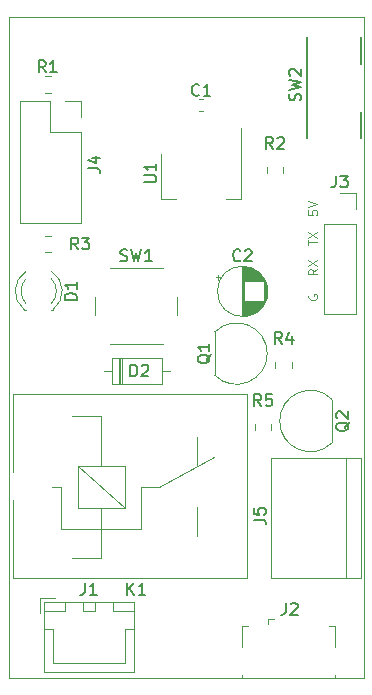
<source format=gbr>
G04 #@! TF.GenerationSoftware,KiCad,Pcbnew,(5.1.5)-3*
G04 #@! TF.CreationDate,2020-06-27T20:36:36+01:00*
G04 #@! TF.ProjectId,Schematic,53636865-6d61-4746-9963-2e6b69636164,v0.1*
G04 #@! TF.SameCoordinates,Original*
G04 #@! TF.FileFunction,Legend,Top*
G04 #@! TF.FilePolarity,Positive*
%FSLAX46Y46*%
G04 Gerber Fmt 4.6, Leading zero omitted, Abs format (unit mm)*
G04 Created by KiCad (PCBNEW (5.1.5)-3) date 2020-06-27 20:36:36*
%MOMM*%
%LPD*%
G04 APERTURE LIST*
%ADD10C,0.100000*%
G04 #@! TA.AperFunction,Profile*
%ADD11C,0.050000*%
G04 #@! TD*
%ADD12C,0.120000*%
%ADD13C,0.150000*%
G04 APERTURE END LIST*
D10*
X195375000Y-78053571D02*
X195339285Y-78125000D01*
X195339285Y-78232142D01*
X195375000Y-78339285D01*
X195446428Y-78410714D01*
X195517857Y-78446428D01*
X195660714Y-78482142D01*
X195767857Y-78482142D01*
X195910714Y-78446428D01*
X195982142Y-78410714D01*
X196053571Y-78339285D01*
X196089285Y-78232142D01*
X196089285Y-78160714D01*
X196053571Y-78053571D01*
X196017857Y-78017857D01*
X195767857Y-78017857D01*
X195767857Y-78160714D01*
X196089285Y-75875000D02*
X195732142Y-76125000D01*
X196089285Y-76303571D02*
X195339285Y-76303571D01*
X195339285Y-76017857D01*
X195375000Y-75946428D01*
X195410714Y-75910714D01*
X195482142Y-75875000D01*
X195589285Y-75875000D01*
X195660714Y-75910714D01*
X195696428Y-75946428D01*
X195732142Y-76017857D01*
X195732142Y-76303571D01*
X195339285Y-75625000D02*
X196089285Y-75125000D01*
X195339285Y-75125000D02*
X196089285Y-75625000D01*
X195339285Y-73821428D02*
X195339285Y-73392857D01*
X196089285Y-73607142D02*
X195339285Y-73607142D01*
X195339285Y-73214285D02*
X196089285Y-72714285D01*
X195339285Y-72714285D02*
X196089285Y-73214285D01*
X195339285Y-70892857D02*
X195339285Y-71250000D01*
X195696428Y-71285714D01*
X195660714Y-71250000D01*
X195625000Y-71178571D01*
X195625000Y-71000000D01*
X195660714Y-70928571D01*
X195696428Y-70892857D01*
X195767857Y-70857142D01*
X195946428Y-70857142D01*
X196017857Y-70892857D01*
X196053571Y-70928571D01*
X196089285Y-71000000D01*
X196089285Y-71178571D01*
X196053571Y-71250000D01*
X196017857Y-71285714D01*
X195339285Y-70642857D02*
X196089285Y-70392857D01*
X195339285Y-70142857D01*
D11*
X200000000Y-110000000D02*
X200000000Y-110500000D01*
X170000000Y-110000000D02*
X170000000Y-110500000D01*
X200000000Y-55000000D02*
X200000000Y-54500000D01*
X170000000Y-55000000D02*
X170000000Y-54500000D01*
X200000000Y-55000000D02*
X200000000Y-80000000D01*
X170000000Y-80000000D02*
X170000000Y-55000000D01*
X170000000Y-110000000D02*
X170000000Y-80000000D01*
X200000000Y-110500000D02*
X170000000Y-110500000D01*
X200000000Y-80000000D02*
X200000000Y-110000000D01*
X170000000Y-54500000D02*
X200000000Y-54500000D01*
D12*
G04 #@! TO.C,J3*
X196670000Y-72020000D02*
X199330000Y-72020000D01*
X196670000Y-72020000D02*
X196670000Y-79700000D01*
X196670000Y-79700000D02*
X199330000Y-79700000D01*
X199330000Y-72020000D02*
X199330000Y-79700000D01*
X199330000Y-69420000D02*
X199330000Y-70750000D01*
X198000000Y-69420000D02*
X199330000Y-69420000D01*
G04 #@! TO.C,R2*
X193210000Y-67758578D02*
X193210000Y-67241422D01*
X191790000Y-67758578D02*
X191790000Y-67241422D01*
G04 #@! TO.C,R3*
X172991422Y-74460000D02*
X173508578Y-74460000D01*
X172991422Y-73040000D02*
X173508578Y-73040000D01*
G04 #@! TO.C,R4*
X192540000Y-83741422D02*
X192540000Y-84258578D01*
X193960000Y-83741422D02*
X193960000Y-84258578D01*
G04 #@! TO.C,R5*
X190790000Y-88991422D02*
X190790000Y-89508578D01*
X192210000Y-88991422D02*
X192210000Y-89508578D01*
G04 #@! TO.C,R1*
X172991422Y-60960000D02*
X173508578Y-60960000D01*
X172991422Y-59540000D02*
X173508578Y-59540000D01*
G04 #@! TO.C,J5*
X198540000Y-91880000D02*
X198540000Y-102040000D01*
X199810000Y-91880000D02*
X192190000Y-91880000D01*
X192190000Y-91880000D02*
X192190000Y-102040000D01*
X192190000Y-102040000D02*
X199810000Y-102040000D01*
X199810000Y-102040000D02*
X199810000Y-91880000D01*
G04 #@! TO.C,C1*
X186087221Y-61490000D02*
X186412779Y-61490000D01*
X186087221Y-62510000D02*
X186412779Y-62510000D01*
G04 #@! TO.C,C2*
X191870000Y-77750000D02*
G75*
G03X191870000Y-77750000I-2120000J0D01*
G01*
X189750000Y-75670000D02*
X189750000Y-79830000D01*
X189790000Y-75670000D02*
X189790000Y-79830000D01*
X189830000Y-75671000D02*
X189830000Y-79829000D01*
X189870000Y-75673000D02*
X189870000Y-79827000D01*
X189910000Y-75676000D02*
X189910000Y-79824000D01*
X189950000Y-75679000D02*
X189950000Y-76910000D01*
X189950000Y-78590000D02*
X189950000Y-79821000D01*
X189990000Y-75683000D02*
X189990000Y-76910000D01*
X189990000Y-78590000D02*
X189990000Y-79817000D01*
X190030000Y-75688000D02*
X190030000Y-76910000D01*
X190030000Y-78590000D02*
X190030000Y-79812000D01*
X190070000Y-75694000D02*
X190070000Y-76910000D01*
X190070000Y-78590000D02*
X190070000Y-79806000D01*
X190110000Y-75700000D02*
X190110000Y-76910000D01*
X190110000Y-78590000D02*
X190110000Y-79800000D01*
X190150000Y-75708000D02*
X190150000Y-76910000D01*
X190150000Y-78590000D02*
X190150000Y-79792000D01*
X190190000Y-75716000D02*
X190190000Y-76910000D01*
X190190000Y-78590000D02*
X190190000Y-79784000D01*
X190230000Y-75725000D02*
X190230000Y-76910000D01*
X190230000Y-78590000D02*
X190230000Y-79775000D01*
X190270000Y-75734000D02*
X190270000Y-76910000D01*
X190270000Y-78590000D02*
X190270000Y-79766000D01*
X190310000Y-75745000D02*
X190310000Y-76910000D01*
X190310000Y-78590000D02*
X190310000Y-79755000D01*
X190350000Y-75756000D02*
X190350000Y-76910000D01*
X190350000Y-78590000D02*
X190350000Y-79744000D01*
X190390000Y-75768000D02*
X190390000Y-76910000D01*
X190390000Y-78590000D02*
X190390000Y-79732000D01*
X190430000Y-75782000D02*
X190430000Y-76910000D01*
X190430000Y-78590000D02*
X190430000Y-79718000D01*
X190471000Y-75796000D02*
X190471000Y-76910000D01*
X190471000Y-78590000D02*
X190471000Y-79704000D01*
X190511000Y-75810000D02*
X190511000Y-76910000D01*
X190511000Y-78590000D02*
X190511000Y-79690000D01*
X190551000Y-75826000D02*
X190551000Y-76910000D01*
X190551000Y-78590000D02*
X190551000Y-79674000D01*
X190591000Y-75843000D02*
X190591000Y-76910000D01*
X190591000Y-78590000D02*
X190591000Y-79657000D01*
X190631000Y-75861000D02*
X190631000Y-76910000D01*
X190631000Y-78590000D02*
X190631000Y-79639000D01*
X190671000Y-75880000D02*
X190671000Y-76910000D01*
X190671000Y-78590000D02*
X190671000Y-79620000D01*
X190711000Y-75899000D02*
X190711000Y-76910000D01*
X190711000Y-78590000D02*
X190711000Y-79601000D01*
X190751000Y-75920000D02*
X190751000Y-76910000D01*
X190751000Y-78590000D02*
X190751000Y-79580000D01*
X190791000Y-75942000D02*
X190791000Y-76910000D01*
X190791000Y-78590000D02*
X190791000Y-79558000D01*
X190831000Y-75965000D02*
X190831000Y-76910000D01*
X190831000Y-78590000D02*
X190831000Y-79535000D01*
X190871000Y-75990000D02*
X190871000Y-76910000D01*
X190871000Y-78590000D02*
X190871000Y-79510000D01*
X190911000Y-76015000D02*
X190911000Y-76910000D01*
X190911000Y-78590000D02*
X190911000Y-79485000D01*
X190951000Y-76042000D02*
X190951000Y-76910000D01*
X190951000Y-78590000D02*
X190951000Y-79458000D01*
X190991000Y-76070000D02*
X190991000Y-76910000D01*
X190991000Y-78590000D02*
X190991000Y-79430000D01*
X191031000Y-76100000D02*
X191031000Y-76910000D01*
X191031000Y-78590000D02*
X191031000Y-79400000D01*
X191071000Y-76131000D02*
X191071000Y-76910000D01*
X191071000Y-78590000D02*
X191071000Y-79369000D01*
X191111000Y-76163000D02*
X191111000Y-76910000D01*
X191111000Y-78590000D02*
X191111000Y-79337000D01*
X191151000Y-76198000D02*
X191151000Y-76910000D01*
X191151000Y-78590000D02*
X191151000Y-79302000D01*
X191191000Y-76234000D02*
X191191000Y-76910000D01*
X191191000Y-78590000D02*
X191191000Y-79266000D01*
X191231000Y-76272000D02*
X191231000Y-76910000D01*
X191231000Y-78590000D02*
X191231000Y-79228000D01*
X191271000Y-76312000D02*
X191271000Y-76910000D01*
X191271000Y-78590000D02*
X191271000Y-79188000D01*
X191311000Y-76354000D02*
X191311000Y-76910000D01*
X191311000Y-78590000D02*
X191311000Y-79146000D01*
X191351000Y-76399000D02*
X191351000Y-76910000D01*
X191351000Y-78590000D02*
X191351000Y-79101000D01*
X191391000Y-76446000D02*
X191391000Y-76910000D01*
X191391000Y-78590000D02*
X191391000Y-79054000D01*
X191431000Y-76496000D02*
X191431000Y-76910000D01*
X191431000Y-78590000D02*
X191431000Y-79004000D01*
X191471000Y-76550000D02*
X191471000Y-76910000D01*
X191471000Y-78590000D02*
X191471000Y-78950000D01*
X191511000Y-76608000D02*
X191511000Y-76910000D01*
X191511000Y-78590000D02*
X191511000Y-78892000D01*
X191551000Y-76670000D02*
X191551000Y-76910000D01*
X191551000Y-78590000D02*
X191551000Y-78830000D01*
X191591000Y-76737000D02*
X191591000Y-78763000D01*
X191631000Y-76810000D02*
X191631000Y-78690000D01*
X191671000Y-76891000D02*
X191671000Y-78609000D01*
X191711000Y-76982000D02*
X191711000Y-78518000D01*
X191751000Y-77086000D02*
X191751000Y-78414000D01*
X191791000Y-77213000D02*
X191791000Y-78287000D01*
X191831000Y-77380000D02*
X191831000Y-78120000D01*
X187480199Y-76555000D02*
X187880199Y-76555000D01*
X187680199Y-76355000D02*
X187680199Y-76755000D01*
G04 #@! TO.C,D1*
X171421392Y-76057665D02*
G75*
G03X171264484Y-79290000I1078608J-1672335D01*
G01*
X173578608Y-76057665D02*
G75*
G02X173735516Y-79290000I-1078608J-1672335D01*
G01*
X171420163Y-76688870D02*
G75*
G03X171420000Y-78770961I1079837J-1041130D01*
G01*
X173579837Y-76688870D02*
G75*
G02X173580000Y-78770961I-1079837J-1041130D01*
G01*
X171264000Y-79290000D02*
X171420000Y-79290000D01*
X173580000Y-79290000D02*
X173736000Y-79290000D01*
G04 #@! TO.C,D2*
X178690000Y-83380000D02*
X178690000Y-85620000D01*
X178690000Y-85620000D02*
X182930000Y-85620000D01*
X182930000Y-85620000D02*
X182930000Y-83380000D01*
X182930000Y-83380000D02*
X178690000Y-83380000D01*
X178040000Y-84500000D02*
X178690000Y-84500000D01*
X183580000Y-84500000D02*
X182930000Y-84500000D01*
X179410000Y-83380000D02*
X179410000Y-85620000D01*
X179530000Y-83380000D02*
X179530000Y-85620000D01*
X179290000Y-83380000D02*
X179290000Y-85620000D01*
G04 #@! TO.C,J1*
X172940000Y-104040000D02*
X172940000Y-110010000D01*
X172940000Y-110010000D02*
X180560000Y-110010000D01*
X180560000Y-110010000D02*
X180560000Y-104040000D01*
X180560000Y-104040000D02*
X172940000Y-104040000D01*
X176250000Y-104050000D02*
X176250000Y-104800000D01*
X176250000Y-104800000D02*
X177250000Y-104800000D01*
X177250000Y-104800000D02*
X177250000Y-104050000D01*
X177250000Y-104050000D02*
X176250000Y-104050000D01*
X172950000Y-104050000D02*
X172950000Y-104800000D01*
X172950000Y-104800000D02*
X174750000Y-104800000D01*
X174750000Y-104800000D02*
X174750000Y-104050000D01*
X174750000Y-104050000D02*
X172950000Y-104050000D01*
X178750000Y-104050000D02*
X178750000Y-104800000D01*
X178750000Y-104800000D02*
X180550000Y-104800000D01*
X180550000Y-104800000D02*
X180550000Y-104050000D01*
X180550000Y-104050000D02*
X178750000Y-104050000D01*
X172950000Y-106300000D02*
X173700000Y-106300000D01*
X173700000Y-106300000D02*
X173700000Y-109250000D01*
X173700000Y-109250000D02*
X176750000Y-109250000D01*
X180550000Y-106300000D02*
X179800000Y-106300000D01*
X179800000Y-106300000D02*
X179800000Y-109250000D01*
X179800000Y-109250000D02*
X176750000Y-109250000D01*
X173900000Y-103750000D02*
X172650000Y-103750000D01*
X172650000Y-103750000D02*
X172650000Y-105000000D01*
G04 #@! TO.C,J2*
X189750000Y-106050000D02*
X190200000Y-106050000D01*
X189750000Y-107900000D02*
X189750000Y-106050000D01*
X197550000Y-110450000D02*
X197550000Y-110200000D01*
X189750000Y-110450000D02*
X189750000Y-110200000D01*
X197550000Y-107900000D02*
X197550000Y-106050000D01*
X197550000Y-106050000D02*
X197100000Y-106050000D01*
X191950000Y-105500000D02*
X192400000Y-105500000D01*
X191950000Y-105500000D02*
X191950000Y-105950000D01*
G04 #@! TO.C,J4*
X170880000Y-61670000D02*
X173480000Y-61670000D01*
X170880000Y-61670000D02*
X170880000Y-71950000D01*
X170880000Y-71950000D02*
X176080000Y-71950000D01*
X176080000Y-64270000D02*
X176080000Y-71950000D01*
X173480000Y-64270000D02*
X176080000Y-64270000D01*
X173480000Y-61670000D02*
X173480000Y-64270000D01*
X176080000Y-61670000D02*
X176080000Y-63000000D01*
X174750000Y-61670000D02*
X176080000Y-61670000D01*
G04 #@! TO.C,K1*
X170350000Y-95450000D02*
X170350000Y-102050000D01*
X170350000Y-86450000D02*
X170350000Y-93050000D01*
X170350000Y-86450000D02*
X190150000Y-86450000D01*
X190150000Y-86450000D02*
X190150000Y-102050000D01*
X190150000Y-102050000D02*
X170350000Y-102050000D01*
X185900000Y-98450000D02*
X185900000Y-96000000D01*
X185900000Y-90050000D02*
X185900000Y-92550000D01*
X175300000Y-100300000D02*
X177800000Y-100300000D01*
X174400000Y-94300000D02*
X173600000Y-94300000D01*
X177800000Y-88300000D02*
X175300000Y-88300000D01*
X181200000Y-94300000D02*
X182700000Y-94300000D01*
X182700000Y-94300000D02*
X187300000Y-91800000D01*
X181200000Y-97900000D02*
X174400000Y-97900000D01*
X181200000Y-94300000D02*
X181200000Y-97900000D01*
X174400000Y-94300000D02*
X174400000Y-97900000D01*
X177800000Y-88300000D02*
X177800000Y-92500000D01*
X177800000Y-96100000D02*
X177800000Y-100300000D01*
X179800000Y-96100000D02*
X175800000Y-92500000D01*
X175800000Y-96100000D02*
X175800000Y-92500000D01*
X175800000Y-92500000D02*
X179800000Y-92500000D01*
X179800000Y-92500000D02*
X179800000Y-96100000D01*
X179800000Y-96100000D02*
X175800000Y-96100000D01*
G04 #@! TO.C,Q1*
X187411522Y-84858478D02*
G75*
G03X191850000Y-83020000I1838478J1838478D01*
G01*
X187411522Y-81181522D02*
G75*
G02X191850000Y-83020000I1838478J-1838478D01*
G01*
X187400000Y-81220000D02*
X187400000Y-84820000D01*
G04 #@! TO.C,Q2*
X197338478Y-86891522D02*
G75*
G03X192900000Y-88730000I-1838478J-1838478D01*
G01*
X197338478Y-90568478D02*
G75*
G02X192900000Y-88730000I-1838478J1838478D01*
G01*
X197350000Y-90530000D02*
X197350000Y-86930000D01*
G04 #@! TO.C,SW1*
X178500000Y-82250000D02*
X183000000Y-82250000D01*
X177250000Y-78250000D02*
X177250000Y-79750000D01*
X183000000Y-75750000D02*
X178500000Y-75750000D01*
X184250000Y-79750000D02*
X184250000Y-78250000D01*
D13*
G04 #@! TO.C,SW2*
X195200000Y-64800000D02*
X195200000Y-56200000D01*
X199800000Y-64800000D02*
X199800000Y-62600000D01*
X199800000Y-58500000D02*
X199800000Y-56200000D01*
D12*
G04 #@! TO.C,U1*
X182840000Y-69910000D02*
X184100000Y-69910000D01*
X189660000Y-69910000D02*
X188400000Y-69910000D01*
X182840000Y-66150000D02*
X182840000Y-69910000D01*
X189660000Y-63900000D02*
X189660000Y-69910000D01*
G04 #@! TD*
G04 #@! TO.C,J3*
D13*
X197666666Y-67952380D02*
X197666666Y-68666666D01*
X197619047Y-68809523D01*
X197523809Y-68904761D01*
X197380952Y-68952380D01*
X197285714Y-68952380D01*
X198047619Y-67952380D02*
X198666666Y-67952380D01*
X198333333Y-68333333D01*
X198476190Y-68333333D01*
X198571428Y-68380952D01*
X198619047Y-68428571D01*
X198666666Y-68523809D01*
X198666666Y-68761904D01*
X198619047Y-68857142D01*
X198571428Y-68904761D01*
X198476190Y-68952380D01*
X198190476Y-68952380D01*
X198095238Y-68904761D01*
X198047619Y-68857142D01*
G04 #@! TO.C,R2*
X192333333Y-65702380D02*
X192000000Y-65226190D01*
X191761904Y-65702380D02*
X191761904Y-64702380D01*
X192142857Y-64702380D01*
X192238095Y-64750000D01*
X192285714Y-64797619D01*
X192333333Y-64892857D01*
X192333333Y-65035714D01*
X192285714Y-65130952D01*
X192238095Y-65178571D01*
X192142857Y-65226190D01*
X191761904Y-65226190D01*
X192714285Y-64797619D02*
X192761904Y-64750000D01*
X192857142Y-64702380D01*
X193095238Y-64702380D01*
X193190476Y-64750000D01*
X193238095Y-64797619D01*
X193285714Y-64892857D01*
X193285714Y-64988095D01*
X193238095Y-65130952D01*
X192666666Y-65702380D01*
X193285714Y-65702380D01*
G04 #@! TO.C,R3*
X175833333Y-74202380D02*
X175500000Y-73726190D01*
X175261904Y-74202380D02*
X175261904Y-73202380D01*
X175642857Y-73202380D01*
X175738095Y-73250000D01*
X175785714Y-73297619D01*
X175833333Y-73392857D01*
X175833333Y-73535714D01*
X175785714Y-73630952D01*
X175738095Y-73678571D01*
X175642857Y-73726190D01*
X175261904Y-73726190D01*
X176166666Y-73202380D02*
X176785714Y-73202380D01*
X176452380Y-73583333D01*
X176595238Y-73583333D01*
X176690476Y-73630952D01*
X176738095Y-73678571D01*
X176785714Y-73773809D01*
X176785714Y-74011904D01*
X176738095Y-74107142D01*
X176690476Y-74154761D01*
X176595238Y-74202380D01*
X176309523Y-74202380D01*
X176214285Y-74154761D01*
X176166666Y-74107142D01*
G04 #@! TO.C,R4*
X193083333Y-82202380D02*
X192750000Y-81726190D01*
X192511904Y-82202380D02*
X192511904Y-81202380D01*
X192892857Y-81202380D01*
X192988095Y-81250000D01*
X193035714Y-81297619D01*
X193083333Y-81392857D01*
X193083333Y-81535714D01*
X193035714Y-81630952D01*
X192988095Y-81678571D01*
X192892857Y-81726190D01*
X192511904Y-81726190D01*
X193940476Y-81535714D02*
X193940476Y-82202380D01*
X193702380Y-81154761D02*
X193464285Y-81869047D01*
X194083333Y-81869047D01*
G04 #@! TO.C,R5*
X191333333Y-87452380D02*
X191000000Y-86976190D01*
X190761904Y-87452380D02*
X190761904Y-86452380D01*
X191142857Y-86452380D01*
X191238095Y-86500000D01*
X191285714Y-86547619D01*
X191333333Y-86642857D01*
X191333333Y-86785714D01*
X191285714Y-86880952D01*
X191238095Y-86928571D01*
X191142857Y-86976190D01*
X190761904Y-86976190D01*
X192238095Y-86452380D02*
X191761904Y-86452380D01*
X191714285Y-86928571D01*
X191761904Y-86880952D01*
X191857142Y-86833333D01*
X192095238Y-86833333D01*
X192190476Y-86880952D01*
X192238095Y-86928571D01*
X192285714Y-87023809D01*
X192285714Y-87261904D01*
X192238095Y-87357142D01*
X192190476Y-87404761D01*
X192095238Y-87452380D01*
X191857142Y-87452380D01*
X191761904Y-87404761D01*
X191714285Y-87357142D01*
G04 #@! TO.C,R1*
X173083333Y-59202380D02*
X172750000Y-58726190D01*
X172511904Y-59202380D02*
X172511904Y-58202380D01*
X172892857Y-58202380D01*
X172988095Y-58250000D01*
X173035714Y-58297619D01*
X173083333Y-58392857D01*
X173083333Y-58535714D01*
X173035714Y-58630952D01*
X172988095Y-58678571D01*
X172892857Y-58726190D01*
X172511904Y-58726190D01*
X174035714Y-59202380D02*
X173464285Y-59202380D01*
X173750000Y-59202380D02*
X173750000Y-58202380D01*
X173654761Y-58345238D01*
X173559523Y-58440476D01*
X173464285Y-58488095D01*
G04 #@! TO.C,J5*
X190702380Y-97083333D02*
X191416666Y-97083333D01*
X191559523Y-97130952D01*
X191654761Y-97226190D01*
X191702380Y-97369047D01*
X191702380Y-97464285D01*
X190702380Y-96130952D02*
X190702380Y-96607142D01*
X191178571Y-96654761D01*
X191130952Y-96607142D01*
X191083333Y-96511904D01*
X191083333Y-96273809D01*
X191130952Y-96178571D01*
X191178571Y-96130952D01*
X191273809Y-96083333D01*
X191511904Y-96083333D01*
X191607142Y-96130952D01*
X191654761Y-96178571D01*
X191702380Y-96273809D01*
X191702380Y-96511904D01*
X191654761Y-96607142D01*
X191607142Y-96654761D01*
G04 #@! TO.C,C1*
X186083333Y-61107142D02*
X186035714Y-61154761D01*
X185892857Y-61202380D01*
X185797619Y-61202380D01*
X185654761Y-61154761D01*
X185559523Y-61059523D01*
X185511904Y-60964285D01*
X185464285Y-60773809D01*
X185464285Y-60630952D01*
X185511904Y-60440476D01*
X185559523Y-60345238D01*
X185654761Y-60250000D01*
X185797619Y-60202380D01*
X185892857Y-60202380D01*
X186035714Y-60250000D01*
X186083333Y-60297619D01*
X187035714Y-61202380D02*
X186464285Y-61202380D01*
X186750000Y-61202380D02*
X186750000Y-60202380D01*
X186654761Y-60345238D01*
X186559523Y-60440476D01*
X186464285Y-60488095D01*
G04 #@! TO.C,C2*
X189583333Y-75107142D02*
X189535714Y-75154761D01*
X189392857Y-75202380D01*
X189297619Y-75202380D01*
X189154761Y-75154761D01*
X189059523Y-75059523D01*
X189011904Y-74964285D01*
X188964285Y-74773809D01*
X188964285Y-74630952D01*
X189011904Y-74440476D01*
X189059523Y-74345238D01*
X189154761Y-74250000D01*
X189297619Y-74202380D01*
X189392857Y-74202380D01*
X189535714Y-74250000D01*
X189583333Y-74297619D01*
X189964285Y-74297619D02*
X190011904Y-74250000D01*
X190107142Y-74202380D01*
X190345238Y-74202380D01*
X190440476Y-74250000D01*
X190488095Y-74297619D01*
X190535714Y-74392857D01*
X190535714Y-74488095D01*
X190488095Y-74630952D01*
X189916666Y-75202380D01*
X190535714Y-75202380D01*
G04 #@! TO.C,D1*
X175702380Y-78468095D02*
X174702380Y-78468095D01*
X174702380Y-78230000D01*
X174750000Y-78087142D01*
X174845238Y-77991904D01*
X174940476Y-77944285D01*
X175130952Y-77896666D01*
X175273809Y-77896666D01*
X175464285Y-77944285D01*
X175559523Y-77991904D01*
X175654761Y-78087142D01*
X175702380Y-78230000D01*
X175702380Y-78468095D01*
X175702380Y-76944285D02*
X175702380Y-77515714D01*
X175702380Y-77230000D02*
X174702380Y-77230000D01*
X174845238Y-77325238D01*
X174940476Y-77420476D01*
X174988095Y-77515714D01*
G04 #@! TO.C,D2*
X180261904Y-84952380D02*
X180261904Y-83952380D01*
X180500000Y-83952380D01*
X180642857Y-84000000D01*
X180738095Y-84095238D01*
X180785714Y-84190476D01*
X180833333Y-84380952D01*
X180833333Y-84523809D01*
X180785714Y-84714285D01*
X180738095Y-84809523D01*
X180642857Y-84904761D01*
X180500000Y-84952380D01*
X180261904Y-84952380D01*
X181214285Y-84047619D02*
X181261904Y-84000000D01*
X181357142Y-83952380D01*
X181595238Y-83952380D01*
X181690476Y-84000000D01*
X181738095Y-84047619D01*
X181785714Y-84142857D01*
X181785714Y-84238095D01*
X181738095Y-84380952D01*
X181166666Y-84952380D01*
X181785714Y-84952380D01*
G04 #@! TO.C,J1*
X176416666Y-102452380D02*
X176416666Y-103166666D01*
X176369047Y-103309523D01*
X176273809Y-103404761D01*
X176130952Y-103452380D01*
X176035714Y-103452380D01*
X177416666Y-103452380D02*
X176845238Y-103452380D01*
X177130952Y-103452380D02*
X177130952Y-102452380D01*
X177035714Y-102595238D01*
X176940476Y-102690476D01*
X176845238Y-102738095D01*
G04 #@! TO.C,J2*
X193416666Y-104152380D02*
X193416666Y-104866666D01*
X193369047Y-105009523D01*
X193273809Y-105104761D01*
X193130952Y-105152380D01*
X193035714Y-105152380D01*
X193845238Y-104247619D02*
X193892857Y-104200000D01*
X193988095Y-104152380D01*
X194226190Y-104152380D01*
X194321428Y-104200000D01*
X194369047Y-104247619D01*
X194416666Y-104342857D01*
X194416666Y-104438095D01*
X194369047Y-104580952D01*
X193797619Y-105152380D01*
X194416666Y-105152380D01*
G04 #@! TO.C,J4*
X176702380Y-67333333D02*
X177416666Y-67333333D01*
X177559523Y-67380952D01*
X177654761Y-67476190D01*
X177702380Y-67619047D01*
X177702380Y-67714285D01*
X177035714Y-66428571D02*
X177702380Y-66428571D01*
X176654761Y-66666666D02*
X177369047Y-66904761D01*
X177369047Y-66285714D01*
G04 #@! TO.C,K1*
X180011904Y-103452380D02*
X180011904Y-102452380D01*
X180583333Y-103452380D02*
X180154761Y-102880952D01*
X180583333Y-102452380D02*
X180011904Y-103023809D01*
X181535714Y-103452380D02*
X180964285Y-103452380D01*
X181250000Y-103452380D02*
X181250000Y-102452380D01*
X181154761Y-102595238D01*
X181059523Y-102690476D01*
X180964285Y-102738095D01*
G04 #@! TO.C,Q1*
X187047619Y-83095238D02*
X187000000Y-83190476D01*
X186904761Y-83285714D01*
X186761904Y-83428571D01*
X186714285Y-83523809D01*
X186714285Y-83619047D01*
X186952380Y-83571428D02*
X186904761Y-83666666D01*
X186809523Y-83761904D01*
X186619047Y-83809523D01*
X186285714Y-83809523D01*
X186095238Y-83761904D01*
X186000000Y-83666666D01*
X185952380Y-83571428D01*
X185952380Y-83380952D01*
X186000000Y-83285714D01*
X186095238Y-83190476D01*
X186285714Y-83142857D01*
X186619047Y-83142857D01*
X186809523Y-83190476D01*
X186904761Y-83285714D01*
X186952380Y-83380952D01*
X186952380Y-83571428D01*
X186952380Y-82190476D02*
X186952380Y-82761904D01*
X186952380Y-82476190D02*
X185952380Y-82476190D01*
X186095238Y-82571428D01*
X186190476Y-82666666D01*
X186238095Y-82761904D01*
G04 #@! TO.C,Q2*
X198797619Y-88825238D02*
X198750000Y-88920476D01*
X198654761Y-89015714D01*
X198511904Y-89158571D01*
X198464285Y-89253809D01*
X198464285Y-89349047D01*
X198702380Y-89301428D02*
X198654761Y-89396666D01*
X198559523Y-89491904D01*
X198369047Y-89539523D01*
X198035714Y-89539523D01*
X197845238Y-89491904D01*
X197750000Y-89396666D01*
X197702380Y-89301428D01*
X197702380Y-89110952D01*
X197750000Y-89015714D01*
X197845238Y-88920476D01*
X198035714Y-88872857D01*
X198369047Y-88872857D01*
X198559523Y-88920476D01*
X198654761Y-89015714D01*
X198702380Y-89110952D01*
X198702380Y-89301428D01*
X197797619Y-88491904D02*
X197750000Y-88444285D01*
X197702380Y-88349047D01*
X197702380Y-88110952D01*
X197750000Y-88015714D01*
X197797619Y-87968095D01*
X197892857Y-87920476D01*
X197988095Y-87920476D01*
X198130952Y-87968095D01*
X198702380Y-88539523D01*
X198702380Y-87920476D01*
G04 #@! TO.C,SW1*
X179416666Y-75154761D02*
X179559523Y-75202380D01*
X179797619Y-75202380D01*
X179892857Y-75154761D01*
X179940476Y-75107142D01*
X179988095Y-75011904D01*
X179988095Y-74916666D01*
X179940476Y-74821428D01*
X179892857Y-74773809D01*
X179797619Y-74726190D01*
X179607142Y-74678571D01*
X179511904Y-74630952D01*
X179464285Y-74583333D01*
X179416666Y-74488095D01*
X179416666Y-74392857D01*
X179464285Y-74297619D01*
X179511904Y-74250000D01*
X179607142Y-74202380D01*
X179845238Y-74202380D01*
X179988095Y-74250000D01*
X180321428Y-74202380D02*
X180559523Y-75202380D01*
X180750000Y-74488095D01*
X180940476Y-75202380D01*
X181178571Y-74202380D01*
X182083333Y-75202380D02*
X181511904Y-75202380D01*
X181797619Y-75202380D02*
X181797619Y-74202380D01*
X181702380Y-74345238D01*
X181607142Y-74440476D01*
X181511904Y-74488095D01*
G04 #@! TO.C,SW2*
X194654761Y-61583333D02*
X194702380Y-61440476D01*
X194702380Y-61202380D01*
X194654761Y-61107142D01*
X194607142Y-61059523D01*
X194511904Y-61011904D01*
X194416666Y-61011904D01*
X194321428Y-61059523D01*
X194273809Y-61107142D01*
X194226190Y-61202380D01*
X194178571Y-61392857D01*
X194130952Y-61488095D01*
X194083333Y-61535714D01*
X193988095Y-61583333D01*
X193892857Y-61583333D01*
X193797619Y-61535714D01*
X193750000Y-61488095D01*
X193702380Y-61392857D01*
X193702380Y-61154761D01*
X193750000Y-61011904D01*
X193702380Y-60678571D02*
X194702380Y-60440476D01*
X193988095Y-60250000D01*
X194702380Y-60059523D01*
X193702380Y-59821428D01*
X193797619Y-59488095D02*
X193750000Y-59440476D01*
X193702380Y-59345238D01*
X193702380Y-59107142D01*
X193750000Y-59011904D01*
X193797619Y-58964285D01*
X193892857Y-58916666D01*
X193988095Y-58916666D01*
X194130952Y-58964285D01*
X194702380Y-59535714D01*
X194702380Y-58916666D01*
G04 #@! TO.C,U1*
X181452380Y-68511904D02*
X182261904Y-68511904D01*
X182357142Y-68464285D01*
X182404761Y-68416666D01*
X182452380Y-68321428D01*
X182452380Y-68130952D01*
X182404761Y-68035714D01*
X182357142Y-67988095D01*
X182261904Y-67940476D01*
X181452380Y-67940476D01*
X182452380Y-66940476D02*
X182452380Y-67511904D01*
X182452380Y-67226190D02*
X181452380Y-67226190D01*
X181595238Y-67321428D01*
X181690476Y-67416666D01*
X181738095Y-67511904D01*
G04 #@! TD*
M02*

</source>
